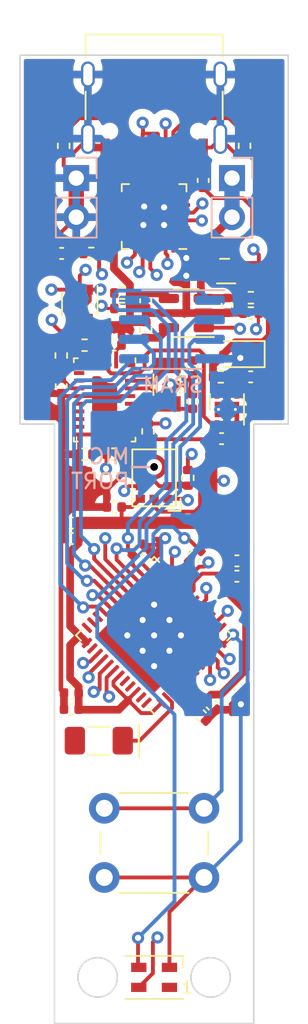
<source format=kicad_pcb>
(kicad_pcb (version 20221018) (generator pcbnew)
  (layers (0 "F.Cu" signal) (1 "In1.Cu" signal) (2 "In2.Cu" signal) (31 "B.Cu" signal) (34 "B.Paste" user) (35 "F.Paste" user) (36 "B.SilkS" user "B.Silkscreen") (37 "F.SilkS" user "F.Silkscreen") (38 "B.Mask" user) (39 "F.Mask" user) (44 "Edge.Cuts" user))
  (net 0 "")
  (net 2 "PWR_4V5_5V")
  (net 3 "GPIO2")
  (net 4 "VBUS")
  (net 5 "GND")
  (net 6 "RESET")
  (net 17 "VDDSDIO")
  (net 18 "Net-(J1-CC1)")
  (net 19 "Net-(U1-D+)")
  (net 21 "Net-(U1-D-)")
  (net 28 "GPIO15")
  (net 31 "GPIO14")
  (net 33 "GPIO25")
  (net 36 "Net-(U8-CAP)")
  (net 43 "Net-(U8-XOUT32)")
  (net 44 "Net-(U8-XIN32)")
  (net 45 "Net-(U8-COM3)")
  (net 46 "Net-(U8-PS0)")
  (net 47 "Net-(U8-PS1)")
  (net 55 "Net-(U4-PROG)")
  (net 57 "Net-(J1-CC2)")
  (net 59 "DTR")
  (net 60 "RTS")
  (net 61 "GPIO0")
  (net 62 "+BATT")
  (net 63 "GPIO35")
  (net 64 "GPIO9")
  (net 65 "+3V3")
  (net 66 "Net-(U1-VDD)")
  (net 67 "TXD")
  (net 68 "RXD")
  (net 69 "GPIO10")
  (net 70 "GPIO17")
  (net 71 "GPIO7")
  (net 72 "GPIO8")
  (net 73 "RAM_CLK")
  (net 74 "GPIO11")
  (net 76 "Net-(AE1-FEED)")
  (net 77 "GPIO34")
  (net 81 "IMU_SDA")
  (net 84 "IMU_SCL")
  (net 87 "Net-(U2-IO32)")
  (net 89 "Net-(D2-DIN)")
  (footprint "Capacitor_SMD:C_1206_3216Metric_Pad1.33x1.80mm_HandSolder" (layer "F.Cu") (at 139.03 111.78375 180)
    (fp_text reference "AE1" hide)
    (fp_text value "Antenna_Chip")
  )
  (footprint "Resistor_SMD:R_0402_1005Metric" (layer "F.Cu") (at 144.84 94.68375 -90)
    (fp_text reference "R12" hide)
    (fp_text value "100k")
  )
  (footprint "Diode_SMD:D_SOD-323" (layer "F.Cu") (at 148.24 86.63375 180)
    (fp_text reference "D1" hide)
    (fp_text value "1N5819WS")
  )
  (footprint "Sensor_Audio:InvenSense_ICS-43434-6_3.5x2.65mm" (layer "F.Cu") (at 142.64 94.68375 180)
    (fp_text reference "MK1" hide)
    (fp_text value "ICS-43434")
  )
  (footprint "Resistor_SMD:R_0402_1005Metric" (layer "F.Cu") (at 145.29 99.78375 -135)
    (fp_text reference "R11" hide)
    (fp_text value "470")
  )
  (footprint "LED_SMD:LED_SK6805_PLCC4_2.4x2.7mm_P1.3mm" (layer "F.Cu") (at 142.64 127.18375 180)
    (fp_text reference "D2" hide)
    (fp_text value "SK6805")
  )
  (footprint "Resistor_SMD:R_0402_1005Metric" (layer "F.Cu") (at 136.5825 86.72375 -90)
    (fp_text reference "R13" hide)
    (fp_text value "10k")
  )
  (footprint "Package_DFN_QFN:QFN-24-1EP_4x4mm_P0.5mm_EP2.6x2.6mm" (layer "F.Cu") (at 142.64 77.68375 180)
    (fp_text reference "U1" hide)
    (fp_text value "CP2104")
  )
  (footprint "Package_TO_SOT_SMD:SOT-23-5" (layer "F.Cu") (at 144.74 83.96375 180)
    (fp_text reference "U4" hide)
    (fp_text value "TP4065-4.2V")
  )
  (footprint "Resistor_SMD:R_0402_1005Metric" (layer "F.Cu") (at 148.9525 83.96375 180)
    (fp_text reference "R5" hide)
    (fp_text value "33k")
  )
  (footprint "Resistor_SMD:R_0402_1005Metric" (layer "F.Cu") (at 146.99 88.11375 180)
    (fp_text reference "R18" hide)
    (fp_text value "100k")
  )
  (footprint "Capacitor_SMD:C_0402_1005Metric" (layer "F.Cu") (at 140.0325 86.04375)
    (fp_text reference "C9" hide)
    (fp_text value "100n")
  )
  (footprint "Capacitor_SMD:C_0402_1005Metric" (layer "F.Cu") (at 136.61 80.08375 180)
    (fp_text reference "C6" hide)
    (fp_text value "1u")
  )
  (footprint "Capacitor_SMD:C_0402_1005Metric" (layer "F.Cu") (at 148.04 101.08375)
    (fp_text reference "C7" hide)
    (fp_text value "100n")
  )
  (footprint "Capacitor_SMD:C_0402_1005Metric" (layer "F.Cu") (at 140.04 96.58375 180)
    (fp_text reference "C4" hide)
    (fp_text value "100n")
  )
  (footprint "Capacitor_SMD:C_0402_1005Metric" (layer "F.Cu") (at 137.24 108.68375 180)
    (fp_text reference "C23" hide)
    (fp_text value "10u")
  )
  (footprint "Resistor_SMD:R_0402_1005Metric" (layer "F.Cu") (at 142.09 85.06375 -90)
    (fp_text reference "R17" hide)
    (fp_text value "3.3k")
  )
  (footprint "Package_LGA:LGA-28_5.2x3.8mm_P0.5mm" (layer "F.Cu") (at 139.4125 89.61375 -90)
    (fp_text reference "U8" hide)
    (fp_text value "BNO055")
  )
  (footprint "Capacitor_SMD:C_0402_1005Metric" (layer "F.Cu") (at 146.39 109.43375 -45)
    (fp_text reference "C25" hide)
    (fp_text value "10u")
  )
  (footprint "Capacitor_SMD:C_0402_1005Metric" (layer "F.Cu") (at 145.84 75.33375 90)
    (fp_text reference "C3" hide)
    (fp_text value "100n")
  )
  (footprint "Capacitor_SMD:C_0402_1005Metric" (layer "F.Cu") (at 141.59 99.38375 45)
    (fp_text reference "C5" hide)
    (fp_text value "100n" hide)
  )
  (footprint "Capacitor_SMD:C_0402_1005Metric" (layer "F.Cu") (at 145.69 110.13375 -45)
    (fp_text reference "C16" hide)
    (fp_text value "100n")
  )
  (footprint "Capacitor_SMD:C_0402_1005Metric" (layer "F.Cu") (at 145.15 89.71375 90)
    (fp_text reference "C13" hide)
    (fp_text value "22p")
  )
  (footprint "Resistor_SMD:R_0402_1005Metric" (layer "F.Cu") (at 138.54 80.08375 180)
    (fp_text reference "R8" hide)
    (fp_text value "10k")
  )
  (footprint "Capacitor_SMD:C_0402_1005Metric" (layer "F.Cu") (at 148.94 88.11375 180)
    (fp_text reference "C10" hide)
    (fp_text value "1u")
  )
  (footprint "Connector_USB:USB_C_Receptacle_Palconn_UTC16-G" (layer "F.Cu") (at 142.64 70.68375 180)
    (fp_text reference "J1" hide)
    (fp_text value "USB_C_Receptacle_USB2.0")
  )
  (footprint "Capacitor_SMD:C_0402_1005Metric" (layer "F.Cu") (at 147.04 92.13375)
    (fp_text reference "C11" hide)
    (fp_text value "10u")
  )
  (footprint "Capacitor_SMD:C_0402_1005Metric" (layer "F.Cu") (at 145.15 87.53375 -90)
    (fp_text reference "C14" hide)
    (fp_text value "22p")
  )
  (footprint "Resistor_SMD:R_0402_1005Metric" (layer "F.Cu") (at 138.1 93.15375 180)
    (fp_text reference "R1" hide)
    (fp_text value "10k")
  )
  (footprint "Resistor_SMD:R_0402_1005Metric" (layer "F.Cu") (at 140.5525 82.66375 180)
    (fp_text reference "R6" hide)
    (fp_text value "3.3k")
  )
  (footprint "Capacitor_SMD:C_0402_1005Metric" (layer "F.Cu") (at 137.24 109.73375 180)
    (fp_text reference "C17" hide)
    (fp_text value "100n")
  )
  (footprint "Capacitor_SMD:C_0402_1005Metric" (layer "F.Cu") (at 136.5825 88.69375 -90)
    (fp_text reference "C12" hide)
    (fp_text value "100n")
  )
  (footprint "Crystal:Crystal_SMD_3215-2Pin_3.2x1.5mm" (layer "F.Cu") (at 143.47 88.62375 90)
    (fp_text reference "Y1" hide)
    (fp_text value "32.768kHz")
  )
  (footprint "Capacitor_SMD:C_0402_1005Metric" (layer "F.Cu") (at 137.23 98.63375 180)
    (fp_text reference "C8" hide)
    (fp_text value "100n")
  )
  (footprint "Resistor_SMD:R_0402_1005Metric" (layer "F.Cu") (at 148.54 73.08375 -90)
    (fp_text reference "R2" hide)
    (fp_text value "5.1k")
  )
  (footprint "Package_DFN_QFN:QFN-48-1EP_7x7mm_P0.5mm_EP5.3x5.3mm" (layer "F.Cu") (at 142.64 104.93375 135)
    (fp_text reference "U2" hide)
    (fp_text value "ESP32-PICO-D4")
  )
  (footprint "Resistor_SMD:R_0402_1005Metric" (layer "F.Cu") (at 148.9525 82.96375)
    (fp_text reference "R4" hide)
    (fp_text value "100k")
  )
  (footprint "Button_Switch_THT:SW_PUSH_6mm" (layer "F.Cu") (at 139.39 116.18375)
    (fp_text reference "SW1" hide)
    (fp_text value "SW_Push")
  )
  (footprint "Resistor_SMD:R_0402_1005Metric" (layer "F.Cu") (at 136.74 73.08375 -90)
    (fp_text reference "R3" hide)
    (fp_text value "5.1k")
  )
  (footprint "Resistor_SMD:R_0402_1005Metric" (layer "F.Cu") (at 142.2425 91.66375 90)
    (fp_text reference "R15" hide)
    (fp_text value "10k")
  )
  (footprint "Capacitor_SMD:C_0402_1005Metric" (layer "F.Cu") (at 137.23 97.623161 180)
    (fp_text reference "C22" hide)
    (fp_text value "10u")
  )
  (footprint "Capacitor_SMD:C_0402_1005Metric" (layer "F.Cu") (at 142.09 83.16375 -90)
    (fp_text reference "C2" hide)
    (fp_text value "10u")
  )
  (footprint "Resistor_SMD:R_0402_1005Metric" (layer "F.Cu") (at 140.04 93.14375 180)
    (fp_text reference "R16" hide)
    (fp_text value "10k")
  )
  (footprint "Capacitor_SMD:C_0402_1005Metric" (layer "F.Cu") (at 148.04 100.08375)
    (fp_text reference "C24" hide)
    (fp_text value "10u")
  )
  (footprint "Resistor_SMD:R_0402_1005Metric" (layer "F.Cu") (at 140.5525 83.66375)
    (fp_text reference "R7" hide)
    (fp_text value "2k")
  )
  (footprint "Resistor_SMD:R_0402_1005Metric" (layer "F.Cu") (at 138.1025 86.05375)
    (fp_text reference "R14" hide)
    (fp_text value "10k")
  )
  (footprint "Package_TO_SOT_SMD:SOT-363_SC-70-6" (layer "F.Cu") (at 137.79 83.38875 -90)
    (fp_text reference "Q1" hide)
    (fp_text value "MUN5214DW1T1G")
  )
  (footprint "Package_TO_SOT_SMD:SOT-723" (layer "F.Cu") (at 147.24 81.23375 180)
    (fp_text reference "Q3" hide)
    (fp_text value "CJ3139K")
  )
  (footprint "Capacitor_SMD:C_0402_1005Metric" (layer "F.Cu") (at 147.4025 83.46375 -90)
    (fp_text reference "C1" hide)
    (fp_text value "10u")
  )
  (footprint "Package_SON:WSON-6-1EP_2x2mm_P0.65mm_EP1x1.6mm_ThermalVias" (layer "F.Cu") (at 147.39 90.23375 90)
    (fp_text reference "U9" hide)
    (fp_text value "TLV76733DRVx")
  )
  (footprint "Connector_PinHeader_2.54mm:PinHeader_1x02_P2.54mm_Vertical" (layer "B.Cu") (at 137.56 75.18375 180)
    (fp_text reference "J4" hide)
    (fp_text value "Conn_01x02")
  )
  (footprint "Connector_PinHeader_2.54mm:PinHeader_1x02_P2.54mm_Vertical" (layer "B.Cu") (at 147.72 75.18375 180)
    (fp_text reference "J9" hide)
    (fp_text value "Conn_01x02")
  )
  (footprint "Package_SO:SOIC-8_3.9x4.9mm_P1.27mm" (layer "B.Cu") (at 143.8 85.03375 180)
    (fp_text reference "U6" hide)
    (fp_text value "LY68L6400SLIT")
  )
  (gr_line (start 141.18 93.98375) (end 142.58 93.98375) (stroke (width 0.15)) (layer "B.SilkS"))
  (gr_line (start 141.64 110.77375) (end 141.64 112.82375) (stroke (width 0.15)) (layer "F.SilkS"))
  (gr_line (start 151.39 67.18375) (end 151.39 91.18375) (stroke (width 0.1)) (layer "Edge.Cuts"))
  (gr_line (start 149.14 130.18375) (end 136.14 130.18375) (stroke (width 0.1)) (layer "Edge.Cuts"))
  (gr_circle (center 138.955 127.18375) (end 140.24 127.18375) (stroke (width 0.1)) (fill none) (layer "Edge.Cuts"))
  (gr_line (start 133.89 67.18375) (end 151.39 67.18375) (stroke (width 0.1)) (layer "Edge.Cuts"))
  (gr_line (start 133.89 91.18375) (end 136.14 91.18375) (stroke (width 0.1)) (layer "Edge.Cuts"))
  (gr_line (start 149.14 91.18375) (end 151.39 91.18375) (stroke (width 0.1)) (layer "Edge.Cuts"))
  (gr_line (start 149.14 130.18375) (end 149.14 91.18375) (stroke (width 0.1)) (layer "Edge.Cuts"))
  (gr_line (start 136.14 130.18375) (end 136.14 91.18375) (stroke (width 0.1)) (layer "Edge.Cuts"))
  (gr_line (start 133.89 67.18375) (end 133.89 91.18375) (stroke (width 0.1)) (layer "Edge.Cuts"))
  (gr_circle (center 146.325 127.18375) (end 147.61 127.18375) (stroke (width 0.1)) (fill none) (layer "Edge.Cuts"))
  (gr_text "MIC\nPORT" (at 141.13 95.48375) (layer "B.SilkS") (effects (font (size 1 1)) (justify left bottom mirror)))
  (gr_text "SRAM" (at 145.95 89.22375) (layer "B.SilkS") (effects (font (size 1 1)) (justify left bottom mirror)))
  (segment (start 150.09 86.63375) (end 149.29 86.63375) (width 0.5) (layer "F.Cu") (net 2))
  (segment (start 146.74 89.34625) (end 146.74 89.158751) (width 0.3) (layer "F.Cu") (net 2))
  (segment (start 150.89 82.250244) (end 150.89 85.83375) (width 0.5) (layer "F.Cu") (net 2))
  (segment (start 142.56 126.91375) (end 141.64 127.83375) (width 0.25) (layer "F.Cu") (net 2))
  (segment (start 149.473506 80.177256) (end 149.473506 80.83375) (width 0.25) (layer "F.Cu") (net 2))
  (segment (start 149.42 88.38375) (end 148.4575 89.34625) (width 0.3) (layer "F.Cu") (net 2))
  (segment (start 142.86 124.58375) (end 142.56 124.88375) (width 0.25) (layer "F.Cu") (net 2))
  (segment (start 149.415 86.75875) (end 149.415 88.10875) (width 0.5) (layer "F.Cu") (net 2))
  (segment (start 146.74 89.158751) (end 147.090001 88.80875) (width 0.3) (layer "F.Cu") (net 2))
  (segment (start 148.04 89.166094) (end 148.04 89.34625) (width 0.3) (layer "F.Cu") (net 2))
  (segment (start 149.473506 80.83375) (end 150.89 82.250244) (width 0.5) (layer "F.Cu") (net 2))
  (segment (start 149.415 88.10875) (end 149.42 88.11375) (width 0.5) (layer "F.Cu") (net 2))
  (segment (start 147.682656 88.80875) (end 148.04 89.166094) (width 0.3) (layer "F.Cu") (net 2))
  (segment (start 149.42 88.38375) (end 149.42 88.11375) (width 0.3) (layer "F.Cu") (net 2))
  (segment (start 147.815 80.83375) (end 149.473506 80.83375) (width 0.5) (layer "F.Cu") (net 2))
  (segment (start 149.12 79.82375) (end 149.473506 80.177256) (width 0.25) (layer "F.Cu") (net 2))
  (segment (start 147.090001 88.80875) (end 147.682656 88.80875) (width 0.3) (layer "F.Cu") (net 2))
  (segment (start 149.29 86.63375) (end 149.415 86.75875) (width 0.5) (layer "F.Cu") (net 2))
  (segment (start 142.56 124.88375) (end 142.56 126.91375) (width 0.25) (layer "F.Cu") (net 2))
  (segment (start 148.4575 89.34625) (end 148.04 89.34625) (width 0.3) (layer "F.Cu") (net 2))
  (segment (start 150.89 85.83375) (end 150.09 86.63375) (width 0.5) (layer "F.Cu") (net 2))
  (via (at 142.86 124.58375) (size 0.8) (drill 0.4) (layers "F.Cu" "B.Cu") (net 2))
  (via (at 149.12 79.82375) (size 0.8) (drill 0.4) (layers "F.Cu" "B.Cu") (net 2))
  (segment (start 143.842082 101.231668) (end 144.929376 100.144374) (width 0.25) (layer "F.Cu") (net 3))
  (segment (start 143.842082 101.256795) (end 143.842082 101.231668) (width 0.25) (layer "F.Cu") (net 3))
  (segment (start 142.09 82.68375) (end 143.2725 82.68375) (width 0.5) (layer "F.Cu") (net 4))
  (segment (start 148.44 76.48375) (end 149.04 77.08375) (width 0.25) (layer "F.Cu") (net 4))
  (segment (start 140.02 81.07375) (end 141.0625 82.11625) (width 0.5) (layer "F.Cu") (net 4))
  (segment (start 146.48 88.11375) (end 146.48 87.34375) (width 0.5) (layer "F.Cu") (net 4))
  (segment (start 143.2725 82.68375) (end 143.6025 83.01375) (width 0.5) (layer "F.Cu") (net 4))
  (segment (start 149.04 78.48375) (end 147.24 80.28375) (width 0.25) (layer "F.Cu") (net 4))
  (segment (start 147.24 80.28375) (end 147.24 81.23375) (width 0.25) (layer "F.Cu") (net 4))
  (segment (start 140.24 74.27375) (end 139.35 75.16375) (width 0.5) (layer "F.Cu") (net 4))
  (segment (start 143.39 75.74625) (end 143.89 75.74625) (width 0.25) (layer "F.Cu") (net 4))
  (segment (start 147.815 81.63375) (end 149.283556 81.63375) (width 0.5) (layer "F.Cu") (net 4))
  (segment (start 146.51 76.48375) (end 148.44 76.48375) (width 0.25) (layer "F.Cu") (net 4))
  (segment (start 141.0625 82.11625) (end 141.0625 82.66375) (width 0.5) (layer "F.Cu") (net 4))
  (segment (start 140.02 79.70375) (end 140.02 81.07375) (width 0.5) (layer "F.Cu") (net 4))
  (segment (start 147.935 85.86375) (end 147.19 86.60875) (width 0.5) (layer "F.Cu") (net 4))
  (segment (start 143.39 74.72375) (end 143.44 74.67375) (width 0.25) (layer "F.Cu") (net 4))
  (segment (start 145.84 75.81375) (end 146.51 76.48375) (width 0.25) (layer "F.Cu") (net 4))
  (segment (start 143.94 74.67375) (end 144.35 74.67375) (width 0.5) (layer "F.Cu") (net 4))
  (segment (start 149.283556 81.63375) (end 150.1825 82.532694) (width 0.5) (layer "F.Cu") (net 4))
  (segment (start 143.89 74.72375) (end 143.94 74.67375) (width 0.25) (layer "F.Cu") (net 4))
  (segment (start 147.64 81.63375) (end 147.815 81.63375) (width 0.25) (layer "F.Cu") (net 4))
  (segment (start 147.19 86.60875) (end 147.19 86.63375) (width 0.5) (layer "F.Cu") (net 4))
  (segment (start 140.24 73.19375) (end 140.24 74.27375) (width 0.5) (layer "F.Cu") (net 4))
  (segment (start 144.35 74.67375) (end 145.04 73.98375) (width 0.5) (layer "F.Cu") (net 4))
  (segment (start 150.1825 85.44125) (end 149.76 85.86375) (width 0.5) (layer "F.Cu") (net 4))
  (segment (start 142.07 82.66375) (end 142.09 82.68375) (width 0.5) (layer "F.Cu") (net 4))
  (segment (start 149.04 77.08375) (end 149.04 78.48375) (width 0.25) (layer "F.Cu") (net 4))
  (segment (start 147.24 81.23375) (end 147.64 81.63375) (width 0.25) (layer "F.Cu") (net 4))
  (segment (start 145.7725 75.74625) (end 145.84 75.81375) (width 0.25) (layer "F.Cu") (net 4))
  (segment (start 150.1825 82.532694) (end 150.1825 85.44125) (width 0.5) (layer "F.Cu") (net 4))
  (segment (start 141.0625 82.66375) (end 142.07 82.66375) (width 0.5) (layer "F.Cu") (net 4))
  (segment (start 143.39 75.74625) (end 143.39 74.72375) (width 0.25) (layer "F.Cu") (net 4))
  (segment (start 143.44 74.67375) (end 143.94 74.67375) (width 0.5) (layer "F.Cu") (net 4))
  (segment (start 146.48 87.34375) (end 147.19 86.63375) (width 0.5) (layer "F.Cu") (net 4))
  (segment (start 140.64 74.67375) (end 143.44 74.67375) (width 0.5) (layer "F.Cu") (net 4))
  (segment (start 139.35 79.03375) (end 140.02 79.70375) (width 0.5) (layer "F.Cu") (net 4))
  (segment (start 149.76 85.86375) (end 147.935 85.86375) (width 0.5) (layer "F.Cu") (net 4))
  (segment (start 143.89 75.74625) (end 143.89 74.72375) (width 0.25) (layer "F.Cu") (net 4))
  (segment (start 143.89 75.74625) (end 145.7725 75.74625) (width 0.25) (layer "F.Cu") (net 4))
  (segment (start 140.24 74.27375) (end 140.64 74.67375) (width 0.5) (layer "F.Cu") (net 4))
  (segment (start 145.04 73.98375) (end 145.04 73.19375) (width 0.5) (layer "F.Cu") (net 4))
  (segment (start 139.35 75.16375) (end 139.35 79.03375) (width 0.5) (layer "F.Cu") (net 4))
  (segment (start 144.54 88.62375) (end 143.71 88.62375) (width 0.25) (layer "F.Cu") (net 5))
  (segment (start 136.76 109.73375) (end 136.76 108.68375) (width 0.5) (layer "F.Cu") (net 5))
  (segment (start 136.74 73.59375) (end 136.74 74.36375) (width 0.25) (layer "F.Cu") (net 5))
  (segment (start 137.29 96.58375) (end 139.56 96.58375) (width 0.5) (layer "F.Cu") (net 5))
  (segment (start 143.64 122.93375) (end 145.89 120.68375) (width 0.25) (layer "F.Cu") (net 5))
  (segment (start 136.74 73.59375) (end 137.34 73.59375) (width 0.25) (layer "F.Cu") (net 5))
  (segment (start 147.4025 83.94375) (end 145.8975 83.94375) (width 0.5) (layer "F.Cu") (net 5))
  (segment (start 137.75 89.36375) (end 138.7685 89.36375) (width 0.25) (layer "F.Cu") (net 5))
  (segment (start 136.74 74.36375) (end 137.56 75.18375) (width 0.25) (layer "F.Cu") (net 5))
  (segment (start 144.74 81.53375) (end 144.74 80.38375) (width 0.5) (layer "F.Cu") (net 5))
  (segment (start 138.7685 89.36375) (end 139.6145 90.20975) (width 0.25) (layer "F.Cu") (net 5))
  (segment (start 146.38 73.19375) (end 146.96 72.61375) (width 0.25) (layer "F.Cu") (net 5))
  (segment (start 139.6145 90.20975) (end 139.6145 91.33875) (width 0.25) (layer "F.Cu") (net 5))
  (segment (start 144.74 83.96375) (end 144.74 81.53375) (width 0.5) (layer "F.Cu") (net 5))
  (segment (start 147.94 73.59375) (end 146.96 72.61375) (width 0.25) (layer "F.Cu") (net 5))
  (segment (start 143.54 95.22575) (end 142.99 95.22575) (width 0.25) (layer "F.Cu") (net 5))
  (segment (start 144.5775 78.43375) (end 143.39 78.43375) (width 0.25) (layer "F.Cu") (net 5))
  (segment (start 141.075 89.36375) (end 140.4605 89.36375) (width 0.25) (layer "F.Cu") (net 5))
  (segment (start 147.5 88.11375) (end 148.46 88.11375) (width 0.25) (layer "F.Cu") (net 5))
  (segment (start 148.265 87.91875) (end 148.46 88.11375) (width 0.25) (layer "F.Cu") (net 5))
  (segment (start 138.6625 91.38675) (end 138.6625 92.00125) (width 0.25) (layer "F.Cu") (net 5))
  (segment (start 148.265 86.88375) (end 148.265 87.91875) (width 0.25) (layer "F.Cu") (net 5))
  (segment (start 141.9775 93.97375) (end 141.08 93.97375) (width 0.25) (layer "F.Cu") (net 5))
  (segment (start 136.559895 98.823855) (end 136.75 98.63375) (width 0.3) (layer "F.Cu") (net 5))
  (segment (start 142.09 83.64375) (end 142.09 84.01375) (width 0.5) (layer "F.Cu") (net 5))
  (segment (start 136.75 97.12375) (end 137.29 96.58375) (width 0.5) (layer "F.Cu") (net 5))
  (segment (start 145.15 88.01375) (end 144.54 88.62375) (width 0.25) (layer "F.Cu") (net 5))
  (segment (start 147.4025 83.94375) (end 148.4225 83.94375) (width 0.5) (layer "F.Cu") (net 5))
  (segment (start 142.14 83.96375) (end 142.09 84.01375) (width 0.5) (layer "F.Cu") (net 5))
  (segment (start 142.99 95.22575) (end 141.9775 94.21325) (width 0.25) (layer "F.Cu") (net 5))
  (segment (start 143.64 126.53375) (end 143.64 122.93375) (width 0.25) (layer "F.Cu") (net 5))
  (segment (start 139.44 73.19375) (end 138.9 73.19375) (width 0.25) (layer "F.Cu") (net 5))
  (segment (start 136.13 79.15375) (end 137.56 77.72375) (width 0.25) (layer "F.Cu") (net 5))
  (segment (start 142.07 83.66375) (end 142.09 83.64375) (width 0.5) (layer "F.Cu") (net 5))
  (segment (start 148.3 109.41375) (end 147.940589 109.773161) (width 0.5) (layer "F.Cu") (net 5))
  (segment (start 146.029411 110.473161) (end 146.729411 109.773161) (width 0.5) (layer "F.Cu") (net 5))
  (segment (start 143.29 78.23375) (end 143.19 78.23375) (width 0.25) (layer "F.Cu") (net 5))
  (segment (start 142.09 84.01375) (end 142.09 84.55375) (width 0.5) (layer "F.Cu") (net 5))
  (segment (start 137.75 92.99375) (end 137.59 93.15375) (width 0.25) (layer "F.Cu") (net 5))
  (segment (start 137.75 89.36375) (end 136.7725 89.36375) (width 0.25) (layer "F.Cu") (net 5))
  (segment (start 143.54 95.22575) (end 144.808 95.22575) (width 0.25) (layer "F.Cu") (net 5))
  (segment (start 137.75 91.86375) (end 137.75 92.99375) (width 0.25) (layer "F.Cu") (net 5))
  (segment (start 136.559895 108.483645) (end 136.559895 98.823855) (width 0.3) (layer "F.Cu") (net 5))
  (segment (start 137.75 91.86375) (end 138.525 91.86375) (width 0.25) (layer "F.Cu") (net 5))
  (segment (start 141.0625 83.66375) (end 142.07 83.66375) (width 0.5) (layer "F.Cu") (net 5))
  (segment (start 145.15 89.23375) (end 144.54 88.62375) (width 0.25) (layer "F.Cu") (net 5))
  (segment (start 143.29 78.33375) (end 143.29 78.23375) (width 0.25) (layer "F.Cu") (net 5))
  (segment (start 138.525 91.86375) (end 138.6625 92.00125) (width 0.25) (layer "F.Cu") (net 5))
  (segment (start 140.4605 89.36375) (end 139.6145 90.20975) (width 0.25) (layer "F.Cu") (net 5))
  (segment (start 138.9 73.19375) (end 138.32 72.61375) (width 0.25) (layer "F.Cu") (net 5))
  (segment (start 140.1625 86.39375) (end 140.5125 86.04375) (width 0.25) (layer "F.Cu") (net 5))
  (segment (start 145.8775 83.96375) (end 144.74 83.96375) (width 0.5) (layer "F.Cu") (net 5))
  (segment (start 143.36 98.60825) (end 142.923911 99.044339) (width 0.25) (layer "F.Cu") (net 5))
  (segment (start 147.940589 109.773161) (end 146.729411 109.773161) (width 0.5) (layer "F.Cu") (net 5))
  (segment (start 148.04 91.12125) (end 148.04 90.33375) (width 0.3) (layer "F.Cu") (net 5))
  (segment (start 139.39 120.68375) (end 145.89 120.68375) (width 0.25) (layer "F.Cu") (net 5))
  (segment (start 137.56 77.72375) (end 137.56 75.18375) (width 1) (layer "F.Cu") (net 5))
  (segment (start 136.75 97.623161) (end 136.75 97.12375) (width 0.5) (layer "F.Cu") (net 5))
  (segment (start 143.71 88.62375) (end 143.7 88.61375) (width 0.25) (layer "F.Cu") (net 5))
  (segment (start 148.04 91.61375) (end 147.52 92.13375) (width 0.3) (layer "F.Cu") (net 5))
  (segment (start 148.52 100.08375) (end 148.52 93.13375) (width 0.5) (layer "F.Cu") (net 5))
  (segment (start 136.7725 89.36375) (end 136.5825 89.17375) (width 0.25) (layer "F.Cu") (net 5))
  (segment (start 148.04 90.33375) (end 147.94 90.23375) (width 0.3) (layer "F.Cu") (net 5))
  (segment (start 136.75 98.63375) (end 136.75 97.623161) (width 0.5) (layer "F.Cu") (net 5))
  (segment (start 145.8975 83.94375) (end 145.8775 83.96375) (width 0.5) (layer "F.Cu") (net 5))
  (segment (start 140.1625 87.22625) (end 140.1625 86.39375) (width 0.25) (layer "F.Cu") (net 5))
  (segment (start 148.52 93.13375) (end 147.52 92.13375) (width 0.5) (layer "F.Cu") (net 5))
  (segment (start 141.08 93.97375) (end 139.56 95.49375) (width 0.25) (layer "F.Cu") (net 5))
  (segment (start 137.34 73.59375) (end 138.32 72.61375) (width 0.25) (layer "F.Cu") (net 5))
  (segment (start 148.4225 83.94375) (end 148.4425 83.96375) (width 0.5) (layer "F.Cu") (net 5))
  (segment (start 144.74 83.96375) (end 142.14 83.96375) (width 0.5) (layer "F.Cu") (net 5))
  (segment (start 139.6625 91.38675) (end 139.6145 91.33875) (width 0.25) (layer "F.Cu") (net 5))
  (segment (start 148.04 91.12125) (end 148.04 91.61375) (width 0.3) (layer "F.Cu") (net 5))
  (segment (start 136.76 108.68375) (end 136.559895 108.483645) (width 0.3) (layer "F.Cu") (net 5))
  (segment (start 144.808 95.22575) (end 144.84 95.19375) (width 0.25) (layer "F.Cu") (net 5))
  (segment (start 142.923911 99.044339) (end 141.929411 99.044339) (width 0.25) (layer "F.Cu") (net 5))
  (segment (start 139.6625 92.00125) (end 139.6625 91.38675) (width 0.25) (layer "F.Cu") (net 5))
  (segment (start 136.13 80.08375) (end 136.13 79.15375) (width 0.25) (layer "F.Cu") (net 5))
  (segment (start 143.39 78.43375) (end 143.29 78.33375) (width 0.25) (layer "F.Cu") (net 5))
  (segment (start 147.39 89.34625) (end 147.39 90.23375) (width 0.3) (layer "F.Cu") (net 5))
  (segment (start 148.54 73.59375) (end 147.94 73.59375) (width 0.25) (layer "F.Cu") (net 5))
  (segment (start 145.84 73.19375) (end 146.38 73.19375) (width 0.25) (layer "F.Cu") (net 5))
  (segment (start 145.84 74.85375) (end 145.84 73.19375) (width 0.25) (layer "F.Cu") (net 5))
  (segment (start 143.19 78.23375) (end 142.64 77.68375) (width 0.25) (layer "F.Cu") (net 5))
  (segment (start 148.52 100.08375) (end 148.52 101.08375) (width 0.5) (layer "F.Cu") (net 5))
  (segment (start 138.7105 91.33875) (end 138.6625 91.38675) (width 0.25) (layer "F.Cu") (net 5))
  (segment (start 139.6145 91.33875) (end 138.7105 91.33875) (width 0.25) (layer "F.Cu") (net 5))
  (segment (start 139.56 95.49375) (end 139.56 96.58375) (width 0.25) (layer "F.Cu") (net 5))
  (via (at 148.265 86.88375) (size 0.8) (drill 0.4) (layers "F.Cu" "B.Cu") (net 5))
  (via (at 148.3 109.41375) (size 0.8) (drill 0.4) (layers "F.Cu" "B.Cu") (net 5))
  (via (at 144.74 80.38375) (size 0.8) (drill 0.4) (layers "F.Cu" "B.Cu") (net 5))
  (via (at 143.64 105.93375) (size 0.8) (drill 0.4) (layers "F.Cu" "B.Cu") (net 5))
  (via (at 141.94 78.23375) (size 0.8) (drill 0.4) (layers "F.Cu" "B.Cu") (net 5))
  (via (at 143.64 103.93375) (size 0.8) (drill 0.4) (layers "F.Cu" "B.Cu") (net 5))
  (via (at 141.89 105.93375) (size 0.8) (drill 0.4) (layers "F.Cu" "B.Cu") (net 5))
  (via (at 140.89 104.93375) (size 0.8) (drill 0.4) (layers "F.Cu" "B.Cu") (net 5))
  (via (at 143.29 78.23375) (size 0.8) (drill 0.4) (layers "F.Cu" "B.Cu") (net 5))
  (via (at 143.36 98.60825) (size 0.8) (drill 0.4) (layers "F.Cu" "B.Cu") (net 5))
  (via (at 142.64 104.93375) (size 0.8) (drill 0.4) (layers "F.Cu" "B.Cu") (net 5))
  (via (at 142.64 106.93375) (size 0.8) (drill 0.4) (layers "F.Cu" "B.Cu") (net 5))
  (via (at 144.74 81.53375) (size 0.8) (drill 0.4) (layers "F.Cu" "B.Cu") (net 5))
  (via (at 141.89 103.93375) (size 0.8) (drill 0.4) (layers "F.Cu" "B.Cu") (net 5))
  (via (at 143.29 77.08375) (size 0.8) (drill 0.4) (layers "F.Cu" "B.Cu") (net 5))
  (via (at 143.7 88.61375) (size 0.8) (drill 0.4) (layers "F.Cu" "B.Cu") (net 5))
  (via (at 141.99 77.03375) (size 0.8) (drill 0.4) (layers "F.Cu" "B.Cu") (net 5))
  (via (at 142.64 102.93375) (size 0.8) (drill 0.4) (layers "F.Cu" "B.Cu") (net 5))
  (via (at 144.39 104.93375) (size 0.8) (drill 0.4) (layers "F.Cu" "B.Cu") (net 5))
  (segment (start 148.3 109.41375) (end 148.29 109.42375) (width 0.25) (layer "B.Cu") (net 5))
  (segment (start 143.11 101.21375) (end 142.64 101.68375) (width 0.25) (layer "B.Cu") (net 5))
  (segment (start 148.3 109.41375) (end 148.737579 108.976171) (width 0.25) (layer "B.Cu") (net 5))
  (segment (start 148.737579 102.456329) (end 147.295 101.01375) (width 0.25) (layer "B.Cu") (net 5))
  (segment (start 148.737579 108.976171) (end 148.737579 102.456329) (width 0.25) (layer "B.Cu") (net 5))
  (segment (start 148.29 109.42375) (end 148.29 118.28375) (width 0.25) (layer "B.Cu") (net 5))
  (segment (start 142.64 101.68375) (end 142.64 102.93375) (width 0.25) (layer "B.Cu") (net 5))
  (segment (start 143.11 98.85825) (end 143.11 101.21375) (width 0.25) (layer "B.Cu") (net 5))
  (segment (start 143.36 98.60825) (end 143.11 98.85825) (width 0.25) (layer "B.Cu") (net 5))
  (segment (start 148.29 118.28375) (end 145.89 120.68375) (width 0.25) (layer "B.Cu") (net 5))
  (segment (start 146.29 107.83375) (end 146.29 106.815983) (width 0.25) (layer "F.Cu") (net 6))
  (segment (start 137.09 80.08375) (end 137.09 82.38875) (width 0.25) (layer "F.Cu") (net 6))
  (segment (start 138.03 80.08375) (end 137.09 80.08375) (width 0.25) (layer "F.Cu") (net 6))
  (segment (start 137.14 82.43875) (end 135.94 82.43875) (width 0.25) (layer "F.Cu") (net 6))
  (segment (start 146.29 106.815983) (end 145.963402 106.489385) (width 0.25) (layer "F.Cu") (net 6))
  (segment (start 137.09 82.38875) (end 137.14 82.43875) (width 0.25) (layer "F.Cu") (net 6))
  (via (at 146.29 107.83375) (size 0.8) (drill 0.4) (layers "F.Cu" "B.Cu") (net 6))
  (via (at 135.94 82.43875) (size 0.8) (drill 0.4) (layers "F.Cu" "B.Cu") (net 6))
  (segment (start 140.931417 98.60825) (end 140.931417 99.403989) (width 0.25) (layer "F.Cu") (net 17))
  (segment (start 141.791472 100.903241) (end 141.250589 100.362358) (width 0.25) (layer "F.Cu") (net 17))
  (segment (start 140.931417 99.403989) (end 141.250589 99.723161) (width 0.25) (layer "F.Cu") (net 17))
  (segment (start 141.250589 100.362358) (end 141.250589 99.723161) (width 0.25) (layer "F.Cu") (net 17))
  (via (at 140.931417 98.60825) (size 0.8) (drill 0.4) (layers "F.Cu" "B.Cu") (net 17))
  (segment (start 143.44 92.290958) (end 144.74 90.990958) (width 0.25) (layer "B.Cu") (net 17))
  (segment (start 140.931417 97.669541) (end 143.44 95.160958) (width 0.25) (layer "B.Cu") (net 17))
  (segment (start 144.04 84.63375) (end 142.535 83.12875) (width 0.25) (layer "B.Cu") (net 17))
  (segment (start 144.74 90.990958) (end 144.74 88.48375) (width 0.25) (layer "B.Cu") (net 17))
  (segment (start 140.931417 98.60825) (end 140.931417 97.669541) (width 0.25) (layer "B.Cu") (net 17))
  (segment (start 144.04 87.78375) (end 144.04 84.63375) (width 0.25) (layer "B.Cu") (net 17))
  (segment (start 144.74 88.48375) (end 144.04 87.78375) (width 0.25) (layer "B.Cu") (net 17))
  (segment (start 143.44 95.160958) (end 143.44 92.290958) (width 0.25) (layer "B.Cu") (net 17))
  (segment (start 142.535 83.12875) (end 141.325 83.12875) (width 0.25) (layer "B.Cu") (net 17))
  (segment (start 143.89 72.18375) (end 144.785 71.28875) (width 0.25) (layer "F.Cu") (net 18))
  (segment (start 147.524999 71.28875) (end 148.54 72.303751) (width 0.25) (layer "F.Cu") (net 18))
  (segment (start 144.785 71.28875) (end 147.524999 71.28875) (width 0.25) (layer "F.Cu") (net 18))
  (segment (start 148.54 72.303751) (end 148.54 72.57375) (width 0.25) (layer "F.Cu") (net 18))
  (segment (start 143.89 73.19375) (end 143.89 72.18375) (width 0.25) (layer "F.Cu") (net 18))
  (segment (start 141.915 71.60875) (end 141.89 71.58375) (width 0.25) (layer "F.Cu") (net 19))
  (segment (start 141.89 73.19375) (end 141.89 72.31375) (width 0.25) (layer "F.Cu") (net 19))
  (segment (start 145.752299 77.946049) (end 145.74 77.93375) (width 0.25) (layer "F.Cu") (net 19))
  (segment (start 142.89 72.31375) (end 142.89 73.19375) (width 0.25) (layer "F.Cu") (net 19))
  (segment (start 142.865 72.28875) (end 142.89 72.31375) (width 0.25) (layer "F.Cu") (net 19))
  (segment (start 145.74 77.93375) (end 144.5775 77.93375) (width 0.25) (layer "F.Cu") (net 19))
  (segment (start 141.89 72.31375) (end 141.915 72.28875) (width 0.25) (layer "F.Cu") (net 19))
  (segment (start 141.915 72.28875) (end 142.865 72.28875) (width 0.25) (layer "F.Cu") (net 19))
  (segment (start 141.915 72.28875) (end 141.915 71.60875) (width 0.25) (layer "F.Cu") (net 19))
  (via (at 145.752299 77.946049) (size 0.8) (drill 0.4) (layers "F.Cu" "B.Cu") (net 19))
  (via (at 141.89 71.58375) (size 0.8) (drill 0.4) (layers "F.Cu" "B.Cu") (net 19))
  (segment (start 145.19 77.43375) (end 144.5775 77.43375) (width 0.25) (layer "F.Cu") (net 21))
  (segment (start 142.39 74.07375) (end 142.415 74.09875) (width 0.25) (layer "F.Cu") (net 21))
  (segment (start 142.39 73.19375) (end 142.39 74.07375) (width 0.25) (layer "F.Cu") (net 21))
  (segment (start 143.39 73.19375) (end 143.39 71.63375) (width 0.25) (layer "F.Cu") (net 21))
  (segment (start 143.365 74.09875) (end 143.39 74.07375) (width 0.25) (layer "F.Cu") (net 21))
  (segment (start 145.79 76.83375) (end 145.19 77.43375) (width 0.25) (layer "F.Cu") (net 21))
  (segment (start 142.415 74.09875) (end 143.365 74.09875) (width 0.25) (layer "F.Cu") (net 21))
  (segment (start 143.39 74.07375) (end 143.39 73.19375) (width 0.25) (layer "F.Cu") (net 21))
  (via (at 145.79 76.83375) (size 0.8) (drill 0.4) (layers "F.Cu" "B.Cu") (net 21))
  (via (at 143.39 71.63375) (size 0.8) (drill 0.4) (layers "F.Cu" "B.Cu") (net 21))
  (segment (start 144.91 101.13375) (end 144.672233 101.13375) (width 0.25) (layer "F.Cu") (net 28))
  (segment (start 145.58 100.46375) (end 144.91 101.13375) (width 0.25) (layer "F.Cu") (net 28))
  (segment (start 143.54 96.04775) (end 144.754 96.04775) (width 0.25) (layer "F.Cu") (net 28))
  (segment (start 146.183952 100.18925) (end 145.909452 100.46375) (width 0.25) (layer "F.Cu") (net 28))
  (segment (start 145.909452 100.46375) (end 145.58 100.46375) (width 0.25) (layer "F.Cu") (net 28))
  (segment (start 144.754 96.04775) (end 144.84 96.13375) (width 0.25) (layer "F.Cu") (net 28))
  (segment (start 144.672233 101.13375) (end 144.195635 101.610348) (width 0.25) (layer "F.Cu") (net 28))
  (via (at 146.183952 100.18925) (size 0.8) (drill 0.4) (layers "F.Cu" "B.Cu") (net 28))
  (via (at 144.84 96.13375) (size 0.8) (drill 0.4) (layers "F.Cu" "B.Cu") (net 28))
  (segment (start 146.04 101.85825) (end 146.04 102.59441) (width 0.25) (layer "F.Cu") (net 31))
  (segment (start 140.998 95.22575) (end 141.74 95.22575) (width 0.25) (layer "F.Cu") (net 31))
  (segment (start 146.04 102.59441) (end 145.609848 103.024562) (width 0.25) (layer "F.Cu") (net 31))
  (segment (start 140.69 95.53375) (end 140.998 95.22575) (width 0.25) (layer "F.Cu") (net 31))
  (via (at 140.69 95.53375) (size 0.8) (drill 0.4) (layers "F.Cu" "B.Cu") (net 31))
  (via (at 146.04 101.85825) (size 0.8) (drill 0.4) (layers "F.Cu" "B.Cu") (net 31))
  (segment (start 142.64 96.55875) (end 142.965 96.88375) (width 0.25) (layer "F.Cu") (net 33))
  (segment (start 146.670509 104.085222) (end 146.688528 104.085222) (width 0.25) (layer "F.Cu") (net 33))
  (segment (start 145.29 96.88375) (end 145.64 96.53375) (width 0.25) (layer "F.Cu") (net 33))
  (segment (start 144.84 93.38375) (end 144.84 94.17375) (width 0.25) (layer "F.Cu") (net 33))
  (segment (start 145.33 94.17375) (end 144.84 94.17375) (width 0.25) (layer "F.Cu") (net 33))
  (segment (start 142.965 96.88375) (end 145.29 96.88375) (width 0.25) (layer "F.Cu") (net 33))
  (segment (start 145.09 93.13375) (end 144.84 93.38375) (width 0.25) (layer "F.Cu") (net 33))
  (segment (start 142.64 96.04775) (end 142.64 96.55875) (width 0.25) (layer "F.Cu") (net 33))
  (segment (start 146.688528 104.085222) (end 147.44 103.33375) (width 0.25) (layer "F.Cu") (net 33))
  (segment (start 145.64 94.48375) (end 145.33 94.17375) (width 0.25) (layer "F.Cu") (net 33))
  (segment (start 145.64 96.53375) (end 145.64 94.48375) (width 0.25) (layer "F.Cu") (net 33))
  (via (at 145.09 93.13375) (size 0.8) (drill 0.4) (layers "F.Cu" "B.Cu") (net 33))
  (via (at 147.44 103.33375) (size 0.8) (drill 0.4) (layers "F.Cu" "B.Cu") (net 33))
  (segment (start 137.24399 88.86375) (end 136.59399 88.21375) (width 0.25) (layer "F.Cu") (net 36))
  (segment (start 136.59399 88.21375) (end 136.5825 88.21375) (width 0.25) (layer "F.Cu") (net 36))
  (segment (start 137.75 88.86375) (end 137.24399 88.86375) (width 0.25) (layer "F.Cu") (net 36))
  (segment (start 141.075 88.86375) (end 142.46 88.86375) (width 0.25) (layer "F.Cu") (net 43))
  (segment (start 145.15 90.19375) (end 143.79 90.19375) (width 0.25) (layer "F.Cu") (net 43))
  (segment (start 143.79 90.19375) (end 143.47 89.87375) (width 0.25) (layer "F.Cu") (net 43))
  (segment (start 142.46 88.86375) (end 143.47 89.87375) (width 0.25) (layer "F.Cu") (net 43))
  (segment (start 145.15 87.05375) (end 143.79 87.05375) (width 0.25) (layer "F.Cu") (net 44))
  (segment (start 143.79 87.05375) (end 143.47 87.37375) (width 0.25) (layer "F.Cu") (net 44))
  (segment (start 141.075 88.36375) (end 142.48 88.36375) (width 0.25) (layer "F.Cu") (net 44))
  (segment (start 142.48 88.36375) (end 143.47 87.37375) (width 0.25) (layer "F.Cu") (net 44))
  (segment (start 138.61 93.08947) (end 138.61 93.15375) (width 0.25) (layer "F.Cu") (net 45))
  (segment (start 139.1625 92.53697) (end 138.61 93.08947) (width 0.25) (layer "F.Cu") (net 45))
  (segment (start 139.1625 92.00125) (end 139.1625 92.53697) (width 0.25) (layer "F.Cu") (net 45))
  (segment (start 136.7125 87.36375) (end 136.5825 87.23375) (width 0.25) (layer "F.Cu") (net 46))
  (segment (start 137.75 87.36375) (end 136.7125 87.36375) (width 0.25) (layer "F.Cu") (net 46))
  (segment (start 138.6625 86.10375) (end 138.6125 86.05375) (width 0.25) (layer "F.Cu") (net 47))
  (segment (start 138.6625 87.22625) (end 138.6625 86.10375) (width 0.25) (layer "F.Cu") (net 47))
  (segment (start 142.09 85.57375) (end 142.9425 85.57375) (width 0.5) (layer "F.Cu") (net 55))
  (segment (start 142.9425 85.57375) (end 143.6025 84.91375) (width 0.5) (layer "F.Cu") (net 55))
  (segment (start 140.89 72.23375) (end 140.89 73.19375) (width 0.25) (layer "F.Cu") (net 57))
  (segment (start 137.755001 71.28875) (end 139.945 71.28875) (width 0.25) (layer "F.Cu") (net 57))
  (segment (start 139.945 71.28875) (end 140.89 72.23375) (width 0.25) (layer "F.Cu") (net 57))
  (segment (start 136.74 72.57375) (end 136.74 72.303751) (width 0.25) (layer "F.Cu") (net 57))
  (segment (start 136.74 72.303751) (end 137.755001 71.28875) (width 0.25) (layer "F.Cu") (net 57))
  (segment (start 139.14 82.43375) (end 138.445 82.43375) (width 0.25) (layer "F.Cu") (net 59))
  (segment (start 143.509683 80.766756) (end 143.509683 80.203173) (width 0.25) (layer "F.Cu") (net 59))
  (segment (start 143.39 80.08349) (end 143.39 79.62125) (width 0.25) (layer "F.Cu") (net 59))
  (segment (start 138.44 83.16375) (end 137.79 83.81375) (width 0.25) (layer "F.Cu") (net 59))
  (segment (start 143.509683 80.203173) (end 143.39 80.08349) (width 0.25) (layer "F.Cu") (net 59))
  (segment (start 137.79 83.81375) (end 137.79 84.33875) (width 0.25) (layer "F.Cu") (net 59))
  (segment (start 138.445 82.43375) (end 138.44 82.43875) (width 0.25) (layer "F.Cu") (net 59))
  (segment (start 138.44 82.43875) (end 138.44 83.16375) (width 0.25) (layer "F.Cu") (net 59))
  (via (at 143.509683 80.766756) (size 0.8) (drill 0.4) (layers "F.Cu" "B.Cu") (net 59))
  (via (at 139.14 82.43375) (size 0.8) (drill 0.4) (layers "F.Cu" "B.Cu") (net 59))
  (segment (start 137.79 81.53375) (end 138.17 81.15375) (width 0.25) (layer "F.Cu") (net 60))
  (segment (start 140.8695 80.68375) (end 141.39 80.16325) (width 0.25) (layer "F.Cu") (net 60))
  (segment (start 137.79 82.43875) (end 137.79 81.53375) (width 0.25) (layer "F.Cu") (net 60))
  (segment (start 137.79 82.43875) (end 137.79 83.16375) (width 0.25) (layer "F.Cu") (net 60))
  (segment (start 141.39 80.16325) (end 141.39 79.62125) (width 0.25) (layer "F.Cu") (net 60))
  (segment (start 137.14 83.81375) (end 137.14 84.33875) (width 0.25) (layer "F.Cu") (net 60))
  (segment (start 137.79 83.16375) (end 137.14 83.81375) (width 0.25) (layer "F.Cu") (net 60))
  (via (at 140.8695 80.68375) (size 0.8) (drill 0.4) (layers "F.Cu" "B.Cu") (net 60))
  (via (at 138.17 81.15375) (size 0.8) (drill 0.4) (layers "F.Cu" "B.Cu") (net 60))
  (segment (start 138.44 84.86375) (end 138.44 84.33875) (width 0.25) (layer "F.Cu") (net 61))
  (segment (start 143.806542 100.585227) (end 143.488528 100.903241) (width 0.25) (layer "F.Cu") (net 61))
  (segment (start 135.965 84.41375) (end 135.965 84.61375) (width 0.25) (layer "F.Cu") (net 61))
  (segment (start 143.806542 99.677208) (end 143.806542 100.585227) (width 0.25) (layer "F.Cu") (net 61))
  (segment (start 136.49 85.13875) (end 138.165 85.13875) (width 0.25) (layer "F.Cu") (net 61))
  (segment (start 135.965 84.61375) (end 136.49 85.13875) (width 0.25) (layer "F.Cu") (net 61))
  (segment (start 138.165 85.13875) (end 138.44 84.86375) (width 0.25) (layer "F.Cu") (net 61))
  (segment (start 143.99 99.49375) (end 143.806542 99.677208) (width 0.25) (layer "F.Cu") (net 61))
  (via (at 135.965 84.41375) (size 0.8) (drill 0.4) (layers "F.Cu" "B.Cu") (net 61))
  (via (at 143.99 99.49375) (size 0.8) (drill 0.4) (layers "F.Cu" "B.Cu") (net 61))
  (segment (start 147.4025 82.98375) (end 148.4225 82.98375) (width 0.5) (layer "F.Cu") (net 62))
  (segment (start 148.4225 82.98375) (end 148.4425 82.96375) (width 0.5) (layer "F.Cu") (net 62))
  (segment (start 145.69 81.23375) (end 146.665 81.23375) (width 0.5) (layer "F.Cu") (net 62))
  (segment (start 147.4025 82.98375) (end 145.9075 82.98375) (width 0.5) (layer "F.Cu") (net 62))
  (segment (start 145.69 82.98375) (end 145.69 81.46375) (width 0.5) (layer "F.Cu") (net 62))
  (segment (start 145.69 81.23375) (end 145.69 79.75375) (width 0.5) (layer "F.Cu") (net 62))
  (segment (start 145.69 81.46375) (end 145.69 81.23375) (width 0.5) (layer "F.Cu") (net 62))
  (segment (start 145.9075 82.98375) (end 145.8775 83.01375) (width 0.5) (layer "F.Cu") (net 62))
  (segment (start 145.69 79.75375) (end 147.72 77.72375) (width 0.5) (layer "F.Cu") (net 62))
  (segment (start 147.72 75.18375) (end 147.72 77.72375) (width 1) (layer "B.Cu") (net 62))
  (segment (start 147.359746 106.471515) (end 146.670509 105.782278) (width 0.25) (layer "F.Cu") (net 63))
  (segment (start 147.562579 106.471515) (end 147.359746 106.471515) (width 0.25) (layer "F.Cu") (net 63))
  (segment (start 149.4625 82.96375) (end 149.4625 83.96375) (width 0.25) (layer "F.Cu") (net 63))
  (segment (start 149.44 84.86425) (end 149.44 83.98625) (width 0.2) (layer "F.Cu") (net 63))
  (segment (start 149.29 85.01425) (end 149.44 84.86425) (width 0.2) (layer "F.Cu") (net 63))
  (segment (start 149.44 83.98625) (end 149.4625 83.96375) (width 0.2) (layer "F.Cu") (net 63))
  (via (at 147.562579 106.471515) (size 0.8) (drill 0.4) (layers "F.Cu" "B.Cu") (net 63))
  (via (at 149.29 85.01425) (size 0.8) (drill 0.4) (layers "F.Cu" "B.Cu") (net 63))
  (segment (start 139.451985 99.977968) (end 141.084365 101.610348) (width 0.25) (layer "F.Cu") (net 64))
  (segment (start 139.451985 98.61325) (end 139.451985 99.977968) (width 0.25) (layer "F.Cu") (net 64))
  (segment (start 140.0425 83.66375) (end 140.0425 82.66375) (width 0.2) (layer "F.Cu") (net 64))
  (segment (start 139.38 83.66375) (end 139.21 83.49375) (width 0.2) (layer "F.Cu") (net 64))
  (segment (start 140.0425 83.66375) (end 139.38 83.66375) (width 0.2) (layer "F.Cu") (net 64))
  (via (at 139.451985 98.61325) (size 0.8) (drill 0.4) (layers "F.Cu" "B.Cu") (net 64))
  (via (at 139.21 83.49375) (size 0.8) (drill 0.4) (layers "F.Cu" "B.Cu") (net 64))
  (segment (start 146.365 97.55875) (end 146.56 97.75375) (width 0.8) (layer "F.Cu") (net 65))
  (segment (start 141.075 87.86375) (end 141.05 87.88875) (width 0.25) (layer "F.Cu") (net 65))
  (segment (start 142.02 86.77375) (end 142.4 86.39375) (width 0.25) (layer "F.Cu") (net 65))
  (segment (start 140.377258 107.550045) (end 139.988536 107.938767) (width 0.25) (layer "F.Cu") (net 65))
  (segment (start 141.2725 93.14375) (end 142.2425 92.17375) (width 0.25) (layer "F.Cu") (net 65))
  (segment (start 148.64 107.150212) (end 147.006462 108.78375) (width 0.5) (layer "F.Cu") (net 65))
  (segment (start 140.55 93.14375) (end 141.2725 93.14375) (width 0.25) (layer "F.Cu") (net 65))
  (segment (start 146.365 95.09875) (end 146.365 97.55875) (width 0.8) (layer "F.Cu") (net 65))
  (segment (start 146.56 91.36375) (end 146.56 92.13375) (width 0.5) (layer "F.Cu") (net 65))
  (segment (start 137.72 108.68375) (end 137.72 108.27375) (width 0.5) (layer "F.Cu") (net 65))
  (segment (start 140.937829 109.135921) (end 140.99 109.188093) (width 0.25) (layer "F.Cu") (net 65))
  (segment (start 146.59 94.87375) (end 146.365 95.09875) (width 0.25) (layer "F.Cu") (net 65))
  (segment (start 137.72 108.27375) (end 137.159895 107.713645) (width 0.5) (layer "F.Cu") (net 65))
  (segment (start 146.56 91.36375) (end 146.74 91.18375) (width 0.5) (layer "F.Cu") (net 65))
  (segment (start 146.52 92.17375) (end 146.56 92.13375) (width 0.25) (layer "F.Cu") (net 65))
  (segment (start 145.885 86.67875) (end 145.885 90.68875) (width 0.25) (layer "F.Cu") (net 65))
  (segment (start 147.1905 94.87375) (end 146.59 94.87375) (width 0.25) (layer "F.Cu") (net 65))
  (segment (start 140.937829 109.165921) (end 140.937829 109.135921) (width 0.5) (layer "F.Cu") (net 65))
  (segment (start 142.463408 109.989379) (end 141.791286 109.989379) (width 0.25) (layer "F.Cu") (net 65))
  (segment (start 143.842082 108.610705) (end 144.004518 108.448268) (width 0.25) (layer "F.Cu") (net 65))
  (segment (start 145.220755 101.459391) (end 145.766396 100.91375) (width 0.25) (layer "F.Cu") (net 65))
  (segment (start 141.075 87.86375) (end 141.6895 87.86375) (width 0.25) (layer "F.Cu") (net 65))
  (segment (start 137.159895 104.332683) (end 137.159895 99.493854) (width 0.5) (layer "F.Cu") (net 65))
  (segment (start 147.56 101.08375) (end 147.56 102.251668) (width 0.5) (layer "F.Cu") (net 65))
  (segment (start 142.2425 92.17375) (end 146.52 92.17375) (width 0.25) (layer "F.Cu") (net 65))
  (segment (start 145.885 90.68875) (end 146.56 91.36375) (width 0.25) (layer "F.Cu") (net 65))
  (segment (start 147.006462 108.78375) (end 146.361178 108.78375) (width 0.5) (layer "F.Cu") (net 65))
  (segment (start 143.134975 109.317812) (end 142.463408 109.989379) (width 0.25) (layer "F.Cu") (net 65))
  (segment (start 142.02 87.53325) (end 142.02 86.77375) (width 0.25) (layer "F.Cu") (net 65))
  (segment (start 140.52 96.58375) (end 141.204 96.58375) (width 0.25) (layer "F.Cu") (net 65))
  (segment (start 145.766396 100.91375) (end 147.39 100.91375) (width 0.25) (layer "F.Cu") (net 65))
  (segment (start 147.56 98.75375) (end 147.56 100.08375) (width 0.8) (layer "F.Cu") (net 65))
  (segment (start 140.52 97.54375) (end 140.585 97.60875) (width 0.25) (layer "F.Cu") (net 65))
  (segment (start 144.004518 108.448268) (end 144.195635 108.257152) (width 0.25) (layer "F.Cu") (net 65))
  (segment (start 137.775481 104.948269) (end 138.202904 105.375691) (width 0.5) (layer "F.Cu") (net 65))
  (segment (start 139.1625 87.22625) (end 139.6625 87.22625) (width 0.25) (layer "F.Cu") (net 65))
  (segment (start 137.159895 107.713645) (end 137.159895 105.563855) (width 0.5) (layer "F.Cu") (net 65))
  (segment (start 141.791286 109.989379) (end 140.99 109.188093) (width 0.25) (layer "F.Cu") (net 65))
  (segment (start 145.220755 101.999442) (end 145.220755 101.459391) (width 0.25) (layer "F.Cu") (net 65))
  (segment (start 137.775481 104.948269) (end 137.159895 104.332683) (width 0.5) (layer "F.Cu") (net 65))
  (segment (start 146.415 97.60875) (end 140.585 97.60875) (width 0.8) (layer "F.Cu") (net 65))
  (segment (start 137.719411 97.61375) (end 137.71 97.623161) (width 0.8) (layer "F.Cu") (net 65))
  (segment (start 139.825 87.88875) (end 139.6625 87.72625) (width 0.25) (layer "F.Cu") (net 65))
  (segment (start 145.350589 109.794339) (end 146.050589 109.094339) (width 0.5) (layer "F.Cu") (net 65))
  (segment (start 141.204 96.58375) (end 141.74 96.04775) (width 0.25) (layer "F.Cu") (net 65))
  (segment (start 147.56 100.08375) (end 147.56 101.08375) (width 0.5) (layer "F.Cu") (net 65))
  (segment (start 137.72 109.73375) (end 137.756484 109.770234) (width 0.5) (layer "F.Cu") (net 65))
  (segment (start 146.56 97.75375) (end 147.56 98.75375) (width 0.8) (layer "F.Cu") (net 65))
  (segment (start 139.988536 107.938767) (end 139.988536 108.186629) (width 0.25) (layer "F.Cu") (net 65))
  (segment (start 146.56 92.96375) (end 146.365 93.15875) (width 0.8) (layer "F.Cu") (net 65))
  (segment (start 141.6895 87.86375) (end 142.02 87.53325) (width 0.25) (layer "F.Cu") (net 65))
  (segment (start 139.6625 87.22625) (end 139.6625 86.15375) (width 0.25) (layer "F.Cu") (net 65))
  (segment (start 144.902742 102.317455) (end 145.220755 101.999442) (width 0.25) (layer "F.Cu") (net 65))
  (segment (start 137.72 108.68375) (end 137.72 109.73375) (width 0.5) (layer "F.Cu") (net 65))
  (segment (start 142.4 86.39375) (end 145.6 86.39375) (width 0.25) (layer "F.Cu") (net 65))
  (segment (start 139.6625 87.72625) (end 139.6625 87.22625) (width 0.25) (layer "F.Cu") (net 65))
  (segment (start 140.99 109.058623) (end 141.437918 108.610705) (width 0.25) (layer "F.Cu") (net 65))
  (segment (start 144.004518 108.448268) (end 145.350589 109.794339) (width 0.5) (layer "F.Cu") (net 65))
  (segment (start 137.756484 109.770234) (end 140.333516 109.770234) (width 0.5) (layer "F.Cu") (net 65))
  (segment (start 139.988536 108.186629) (end 140.937829 109.135921) (width 0.25) (layer "F.Cu") (net 65))
  (segment (start 146.56 92.13375) (end 146.56 92.96375) (width 0.8) (layer "F.Cu") (net 65))
  (segment (start 146.361178 108.78375) (end 146.050589 109.094339) (width 0.5) (layer "F.Cu") (net 65))
  (segment (start 147.39 91.12125) (end 146.74 91.12125) (width 0.3) (layer "F.Cu") (net 65))
  (segment (start 140.46 97.61375) (end 137.719411 97.61375) (width 0.8) (layer "F.Cu") (net 65))
  (segment (start 147.39 100.91375) (end 147.56 101.08375) (width 0.25) (layer "F.Cu") (net 65))
  (segment (start 146.56 97.75375) (end 146.415 97.60875) (width 0.8) (layer "F.Cu") (net 65))
  (segment (start 137.159895 105.563855) (end 137.775481 104.948269) (width 0.5) (layer "F.Cu") (net 65))
  (segment (start 145.6 86.39375) (end 145.885 86.67875) (width 0.25) (layer "F.Cu") (net 65))
  (segment (start 137.159895 99.493854) (end 137.71 98.943749) (width 0.5) (layer "F.Cu") (net 65))
  (segment (start 147.56 102.251668) (end 148.64 103.331668) (width 0.5) (layer "F.Cu") (net 65))
  (segment (start 140.99 109.188093) (end 140.99 109.058623) (width 0.25) (layer "F.Cu") (net 65))
  (segment (start 139.6625 86.15375) (end 139.5525 86.04375) (width 0.25) (layer "F.Cu") (net 65))
  (segment (start 146.365 93.15875) (end 146.365 95.09875) (width 0.8) (layer "F.Cu") (net 65))
  (segment (start 137.71 98.63375) (end 137.71 97.623161) (width 0.5) (layer "F.Cu") (net 65))
  (segment (start 140.333516 109.770234) (end 140.937829 109.165921) (width 0.5) (layer "F.Cu") (net 65))
  (segment (start 139.05 81.24375) (end 139.24 81.43375) (width 0.25) (layer "F.Cu") (net 65))
  (segment (start 148.64 103.331668) (end 148.64 107.150212) (width 0.5) (layer "F.Cu") (net 65))
  (segment (start 139.05 80.08375) (end 139.05 81.24375) (width 0.25) (layer "F.Cu") (net 65))
  (segment (start 137.71 98.943749) (end 137.71 98.63375) (width 0.5) (layer "F.Cu") (net 65))
  (segment (start 140.52 96.58375) (end 140.52 97.54375) (width 0.25) (layer "F.Cu") (net 65))
  (segment (start 141.05 87.88875) (end 139.825 87.88875) (width 0.25) (layer "F.Cu") (net 65))
  (via (at 147.1905 94.87375) (size 0.8) (drill 0.4) (layers "F.Cu" "B.Cu") (net 65))
  (via (at 139.24 81.43375) (size 0.8) (drill 0.4) (layers "F.Cu" "B.Cu") (net 65))
  (segment (start 144.5775 76.43375) (end 144.5775 76.93375) (width 0.25) (layer "F.Cu") (net 66))
  (segment (start 141.670155 81.293905) (end 141.89 81.07406) (width 0.25) (layer "F.Cu") (net 67))
  (segment (start 138.913253 108.608164) (end 139.088536 108.432881) (width 0.25) (layer "F.Cu") (net 67))
  (segment (start 139.088536 107.424554) (end 139.670152 106.842938) (width 0.25) (layer "F.Cu") (net 67))
  (segment (start 138.701903 108.608164) (end 138.913253 108.608164) (width 0.25) (layer "F.Cu") (net 67))
  (segment (start 139.088536 108.432881) (end 139.088536 107.424554) (width 0.25) (layer "F.Cu") (net 67))
  (segment (start 141.89 81.07406) (end 141.89 79.62125) (width 0.25) (layer "F.Cu") (net 67))
  (via (at 141.670155 81.293905) (size 0.8) (drill 0.4) (layers "F.Cu" "B.Cu") (net 67))
  (via (at 138.701903 108.608164) (size 0.8) (drill 0.4) (layers "F.Cu" "B.Cu") (net 67))
  (segment (start 138.364488 107.441495) (end 139.316598 106.489385) (width 0.25) (layer "F.Cu") (net 68))
  (segment (start 138.364488 107.667337) (end 138.364488 107.441495) (width 0.25) (layer "F.Cu") (net 68))
  (segment (start 142.806719 81.477282) (end 142.39 81.060563) (width 0.25) (layer "F.Cu") (net 68))
  (segment (start 142.39 81.060563) (end 142.39 79.62125) (width 0.25) (layer "F.Cu") (net 68))
  (via (at 142.806719 81.477282) (size 0.8) (drill 0.4) (layers "F.Cu" "B.Cu") (net 68))
  (via (at 138.364488 107.667337) (size 0.8) (drill 0.4) (layers "F.Cu" "B.Cu") (net 68))
  (segment (start 138.727485 99.960575) (end 140.730812 101.963902) (width 0.25) (layer "F.Cu") (net 69))
  (segment (start 138.727485 99.319199) (end 138.727485 99.960575) (width 0.25) (layer "F.Cu") (net 69))
  (via (at 138.727485 99.319199) (size 0.8) (drill 0.4) (layers "F.Cu" "B.Cu") (net 69))
  (segment (start 140.319092 83.77375) (end 142.53 83.77375) (width 0.25) (layer "B.Cu") (net 69))
  (segment (start 137.865 90.045146) (end 137.865 98.456714) (width 0.25) (layer "B.Cu") (net 69))
  (segment (start 140.025 82.777842) (end 140.025 83.479658) (width 0.25) (layer "B.Cu") (net 69))
  (segment (start 140.025 83.479658) (end 140.319092 83.77375) (width 0.25) (layer "B.Cu") (net 69))
  (segment (start 146.275 83.12875) (end 145.65 82.50375) (width 0.25) (layer "B.Cu") (net 69))
  (segment (start 142.53 83.77375) (end 143.59 84.83375) (width 0.25) (layer "B.Cu") (net 69))
  (segment (start 145.65 82.50375) (end 140.299092 82.50375) (width 0.25) (layer "B.Cu") (net 69))
  (segment (start 140.43 89.69375) (end 138.216396 89.69375) (width 0.25) (layer "B.Cu") (net 69))
  (segment (start 143.59 84.83375) (end 143.59 87.597354) (width 0.25) (layer "B.Cu") (net 69))
  (segment (start 142.703604 88.48375) (end 141.64 88.48375) (width 0.25) (layer "B.Cu") (net 69))
  (segment (start 143.59 87.597354) (end 142.703604 88.48375) (width 0.25) (layer "B.Cu") (net 69))
  (segment (start 140.299092 82.50375) (end 140.025 82.777842) (width 0.25) (layer "B.Cu") (net 69))
  (segment (start 137.865 98.456714) (end 138.727485 99.319199) (width 0.25) (layer "B.Cu") (net 69))
  (segment (start 138.216396 89.69375) (end 137.865 90.045146) (width 0.25) (layer "B.Cu") (net 69))
  (segment (start 141.64 88.48375) (end 140.43 89.69375) (width 0.25) (layer "B.Cu") (net 69))
  (segment (start 140.193694 99.282616) (end 140.193694 100.012571) (width 0.25) (layer "F.Cu") (net 70))
  (segment (start 140.193694 100.012571) (end 141.437918 101.256795) (width 0.25) (layer "F.Cu") (net 70))
  (via (at 140.193694 99.282616) (size 0.8) (drill 0.4) (layers "F.Cu" "B.Cu") (net 70))
  (segment (start 140.193694 99.282616) (end 140.294828 99.38375) (width 0.25) (layer "B.Cu") (net 70))
  (segment (start 141.69 97.547354) (end 143.89 95.347354) (width 0.25) (layer "B.Cu") (net 70))
  (segment (start 143.89 92.477354) (end 145.19 91.177354) (width 0.25) (layer "B.Cu") (net 70))
  (segment (start 141.34 99.38375) (end 141.69 99.03375) (width 0.25) (layer "B.Cu") (net 70))
  (segment (start 145.300001 84.39875) (end 146.275 84.39875) (width 0.25) (layer "B.Cu") (net 70))
  (segment (start 140.294828 99.38375) (end 141.34 99.38375) (width 0.25) (layer "B.Cu") (net 70))
  (segment (start 145.19 88.141054) (end 144.49 87.441054) (width 0.25) (layer "B.Cu") (net 70))
  (segment (start 144.49 85.208751) (end 145.300001 84.39875) (width 0.25) (layer "B.Cu") (net 70))
  (segment (start 143.89 95.347354) (end 143.89 92.477354) (width 0.25) (layer "B.Cu") (net 70))
  (segment (start 145.19 91.177354) (end 145.19 88.141054) (width 0.25) (layer "B.Cu") (net 70))
  (segment (start 144.49 87.441054) (end 144.49 85.208751) (width 0.25) (layer "B.Cu") (net 70))
  (segment (start 141.69 99.03375) (end 141.69 97.547354) (width 0.25) (layer "B.Cu") (net 70))
  (segment (start 139.05934 102.41375) (end 139.670152 103.024562) (width 0.25) (layer "F.Cu") (net 71))
  (segment (start 138.711374 102.41375) (end 139.05934 102.41375) (width 0.25) (layer "F.Cu") (net 71))
  (segment (start 138.614814 102.31719) (end 138.711374 102.41375) (width 0.25) (layer "F.Cu") (net 71))
  (via (at 138.614814 102.31719) (size 0.8) (drill 0.4) (layers "F.Cu" "B.Cu") (net 71))
  (segment (start 144.94 86.028751) (end 145.300001 85.66875) (width 0.25) (layer "B.Cu") (net 71))
  (segment (start 141.52 99.83375) (end 141.526396 99.83375) (width 0.25) (layer "B.Cu") (net 71))
  (segment (start 142.14 99.220146) (end 142.14 97.73375) (width 0.25) (layer "B.Cu") (net 71))
  (segment (start 138.614814 102.31719) (end 139.03656 102.31719) (width 0.25) (layer "B.Cu") (net 71))
  (segment (start 144.34 92.66375) (end 145.64 91.36375) (width 0.25) (layer "B.Cu") (net 71))
  (segment (start 145.64 87.954658) (end 144.94 87.254658) (width 0.25) (layer "B.Cu") (net 71))
  (segment (start 144.94 87.254658) (end 144.94 86.028751) (width 0.25) (layer "B.Cu") (net 71))
  (segment (start 139.03656 102.31719) (end 141.52 99.83375) (width 0.25) (layer "B.Cu") (net 71))
  (segment (start 142.14 97.73375) (end 144.34 95.53375) (width 0.25) (layer "B.Cu") (net 71))
  (segment (start 141.526396 99.83375) (end 142.14 99.220146) (width 0.25) (layer "B.Cu") (net 71))
  (segment (start 145.64 91.36375) (end 145.64 87.954658) (width 0.25) (layer "B.Cu") (net 71))
  (segment (start 144.34 95.53375) (end 144.34 92.66375) (width 0.25) (layer "B.Cu") (net 71))
  (segment (start 145.300001 85.66875) (end 146.275 85.66875) (width 0.25) (layer "B.Cu") (net 71))
  (segment (start 138.009895 103.112852) (end 138.062646 103.060101) (width 0.25) (layer "F.Cu") (net 72))
  (segment (start 138.062646 103.060101) (end 138.998584 103.060101) (width 0.25) (layer "F.Cu") (net 72))
  (segment (start 138.998584 103.060101) (end 139.316598 103.378115) (width 0.25) (layer "F.Cu") (net 72))
  (via (at 138.009895 103.112852) (size 0.8) (drill 0.4) (layers "F.Cu" "B.Cu") (net 72))
  (segment (start 141.325 86.93875) (end 141.235 86.93875) (width 0.25) (layer "B.Cu") (net 72))
  (segment (start 139.84 88.33375) (end 137.59 88.33375) (width 0.25) (layer "B.Cu") (net 72))
  (segment (start 137.59 88.33375) (end 136.515 89.40875) (width 0.25) (layer "B.Cu") (net 72))
  (segment (start 136.515 89.40875) (end 136.515 101.617957) (width 0.25) (layer "B.Cu") (net 72))
  (segment (start 141.235 86.93875) (end 139.84 88.33375) (width 0.25) (layer "B.Cu") (net 72))
  (segment (start 136.515 101.617957) (end 138.009895 103.112852) (width 0.25) (layer "B.Cu") (net 72))
  (segment (start 138.736396 101.383699) (end 140.023705 102.671008) (width 0.25) (layer "F.Cu") (net 73))
  (segment (start 138.257603 101.383699) (end 138.736396 101.383699) (width 0.25) (layer "F.Cu") (net 73))
  (via (at 138.257603 101.383699) (size 0.8) (drill 0.4) (layers "F.Cu" "B.Cu") (net 73))
  (segment (start 138.112195 101.383699) (end 136.965 100.236504) (width 0.25) (layer "B.Cu") (net 73))
  (segment (start 142.625 86.587842) (end 141.705908 85.66875) (width 0.25) (layer "B.Cu") (net 73))
  (segment (start 141.226396 87.58375) (end 142.330908 87.58375) (width 0.25) (layer "B.Cu") (net 73))
  (segment (start 141.705908 85.66875) (end 141.325 85.66875) (width 0.25) (layer "B.Cu") (net 73))
  (segment (start 137.84 88.78375) (end 140.026396 88.78375) (width 0.25) (layer "B.Cu") (net 73))
  (segment (start 142.625 87.289658) (end 142.625 86.587842) (width 0.25) (layer "B.Cu") (net 73))
  (segment (start 136.965 89.65875) (end 137.84 88.78375) (width 0.25) (layer "B.Cu") (net 73))
  (segment (start 140.026396 88.78375) (end 141.226396 87.58375) (width 0.25) (layer "B.Cu") (net 73))
  (segment (start 142.330908 87.58375) (end 142.625 87.289658) (width 0.25) (layer "B.Cu") (net 73))
  (segment (start 138.257603 101.383699) (end 138.112195 101.383699) (width 0.25) (layer "B.Cu") (net 73))
  (segment (start 136.965 100.236504) (end 136.965 89.65875) (width 0.25) (layer "B.Cu") (net 73))
  (segment (start 138.144426 100.390625) (end 138.450428 100.390625) (width 0.25) (layer "F.Cu") (net 74))
  (segment (start 138.450428 100.390625) (end 140.377258 102.317455) (width 0.25) (layer "F.Cu") (net 74))
  (via (at 138.144426 100.390625) (size 0.8) (drill 0.4) (layers "F.Cu" "B.Cu") (net 74))
  (segment (start 141.412792 88.03375) (end 142.517304 88.03375) (width 0.25) (layer "B.Cu") (net 74))
  (segment (start 143.075 85.61875) (end 141.855 84.39875) (width 0.25) (layer "B.Cu") (net 74))
  (segment (start 137.415 99.661199) (end 137.415 89.85875) (width 0.25) (layer "B.Cu") (net 74))
  (segment (start 138.144426 100.390625) (end 137.415 99.661199) (width 0.25) (layer "B.Cu") (net 74))
  (segment (start 142.517304 88.03375) (end 143.075 87.476054) (width 0.25) (layer "B.Cu") (net 74))
  (segment (start 137.415 89.85875) (end 138.04 89.23375) (width 0.25) (layer "B.Cu") (net 74))
  (segment (start 141.855 84.39875) (end 141.325 84.39875) (width 0.25) (layer "B.Cu") (net 74))
  (segment (start 143.075 87.476054) (end 143.075 85.61875) (width 0.25) (layer "B.Cu") (net 74))
  (segment (start 138.04 89.23375) (end 140.212792 89.23375) (width 0.25) (layer "B.Cu") (net 74))
  (segment (start 140.212792 89.23375) (end 141.412792 88.03375) (width 0.25) (layer "B.Cu") (net 74))
  (segment (start 143.806542 109.282273) (end 143.806542 109.671551) (width 0.25) (layer "F.Cu") (net 76))
  (segment (start 141.694343 111.78375) (end 140.5925 111.78375) (width 0.25) (layer "F.Cu") (net 76))
  (segment (start 143.806542 109.671551) (end 141.694343 111.78375) (width 0.25) (layer "F.Cu") (net 76))
  (segment (start 143.488528 108.964259) (end 143.806542 109.282273) (width 0.25) (layer "F.Cu") (net 76))
  (segment (start 147.154986 107.398736) (end 146.789873 107.033623) (width 0.25) (layer "F.Cu") (net 77))
  (segment (start 148.17 84.91375) (end 148.24 84.98375) (width 0.25) (layer "F.Cu") (net 77))
  (segment (start 145.8775 84.91375) (end 148.17 84.91375) (width 0.25) (layer "F.Cu") (net 77))
  (segment (start 146.789873 107.033623) (end 146.789873 106.60875) (width 0.25) (layer "F.Cu") (net 77))
  (segment (start 146.789873 106.60875) (end 146.316955 106.135832) (width 0.25) (layer "F.Cu") (net 77))
  (segment (start 147.189394 107.398736) (end 147.154986 107.398736) (width 0.25) (layer "F.Cu") (net 77))
  (via (at 148.24 84.98375) (size 0.8) (drill 0.4) (layers "F.Cu" "B.Cu") (net 77))
  (via (at 147.189394 107.398736) (size 0.8) (drill 0.4) (layers "F.Cu" "B.Cu") (net 77))
  (segment (start 139.697543 108.920234) (end 139.538536 108.761227) (width 0.25) (layer "F.Cu") (net 81))
  (segment (start 142.2425 91.15375) (end 143.37 91.15375) (width 0.25) (layer "F.Cu") (net 81))
  (segment (start 141.075 91.86375) (end 141.5325 91.86375) (width 0.25) (layer "F.Cu") (net 81))
  (segment (start 139.538536 108.761227) (end 139.538536 107.681661) (width 0.25) (layer "F.Cu") (net 81))
  (segment (start 141.5325 91.86375) (end 142.2425 91.15375) (width 0.25) (layer "F.Cu") (net 81))
  (segment (start 143.39 91.13375) (end 143.39 91.13375) (width 0.25) (layer "F.Cu") (net 81))
  (segment (start 143.37 91.15375) (end 143.38 91.14375) (width 0.25) (layer "F.Cu") (net 81))
  (segment (start 139.538536 107.681661) (end 140.023705 107.196492) (width 0.25) (layer "F.Cu") (net 81))
  (segment (start 143.38 91.13375) (end 143.39 91.13375) (width 0.25) (layer "F.Cu") (net 81))
  (segment (start 143.38 91.14375) (end 143.38 91.13375) (width 0.25) (layer "F.Cu") (net 81))
  (via (at 139.697543 108.920234) (size 0.8) (drill 0.4) (layers "F.Cu" "B.Cu") (net 81))
  (via (at 143.38 91.13375) (size 0.8) (drill 0.4) (layers "F.Cu" "B.Cu") (net 81))
  (segment (start 138.455127 106.64375) (end 138.963045 106.135832) (width 0.25) (layer "F.Cu") (net 84))
  (segment (start 140.1625 92.00125) (end 140.1625 92.51125) (width 0.25) (layer "F.Cu") (net 84))
  (segment (start 139.53 94.05375) (end 139.5 94.08375) (width 0.25) (layer "F.Cu") (net 84))
  (segment (start 139.53 93.14375) (end 139.53 94.05375) (width 0.25) (layer "F.Cu") (net 84))
  (segment (start 138.009159 106.733128) (end 138.009159 106.682909) (width 0.25) (layer "F.Cu") (net 84))
  (segment (start 138.009159 106.733128) (end 138.098537 106.64375) (width 0.25) (layer "F.Cu") (net 84))
  (segment (start 138.009159 106.682909) (end 137.97 106.64375) (width 0.25) (layer "F.Cu") (net 84))
  (segment (start 140.1625 92.51125) (end 139.53 93.14375) (width 0.25) (layer "F.Cu") (net 84))
  (segment (start 138.098537 106.64375) (end 138.455127 106.64375) (width 0.25) (layer "F.Cu") (net 84))
  (via (at 139.5 94.08375) (size 0.8) (drill 0.4) (layers "F.Cu" "B.Cu") (net 84))
  (via (at 138.009159 106.733128) (size 0.8) (drill 0.4) (layers "F.Cu" "B.Cu") (net 84))
  (segment (start 147.79 104.88375) (end 147.245025 105.428725) (width 0.25) (layer "F.Cu") (net 87))
  (segment (start 145.89 116.18375) (end 139.39 116.18375) (width 0.25) (layer "F.Cu") (net 87))
  (segment (start 147.245025 105.428725) (end 147.024062 105.428725) (width 0.25) (layer "F.Cu") (net 87))
  (via (at 147.79 104.88375) (size 0.8) (drill 0.4) (layers "F.Cu" "B.Cu") (net 87))
  (segment (start 147.79 104.88375) (end 148.287579 105.381329) (width 0.25) (layer "B.Cu") (net 87))
  (segment (start 148.287579 107.436171) (end 147.045 108.67875) (width 0.25) (layer "B.Cu") (net 87))
  (segment (start 148.287579 105.381329) (end 148.287579 107.436171) (width 0.25) (layer "B.Cu") (net 87))
  (segment (start 147.045 108.67875) (end 147.045 115.02875) (width 0.25) (layer "B.Cu") (net 87))
  (segment (start 147.045 115.02875) (end 145.89 116.18375) (width 0.25) (layer "B.Cu") (net 87))
  (segment (start 144.835748 98.60825) (end 145.650624 99.423126) (width 0.25) (layer "F.Cu") (net 89))
  (segment (start 141.59 124.61375) (end 141.59 126.48375) (width 0.25) (layer "F.Cu") (net 89))
  (segment (start 144.616936 98.60825) (end 144.835748 98.60825) (width 0.25) (layer "F.Cu") (net 89))
  (segment (start 141.59 126.48375) (end 141.64 126.53375) (width 0.25) (layer "F.Cu") (net 89))
  (via (at 141.59 124.61375) (size 0.8) (drill 0.4) (layers "F.Cu" "B.Cu") (net 89))
  (via (at 144.616936 98.60825) (size 0.8) (drill 0.4) (layers "F.Cu" "B.Cu") (net 89))
  (segment (start 143.97 122.23375) (end 141.59 124.61375) (width 0.25) (layer "B.Cu") (net 89))
  (segment (start 143.97 110.09375) (end 143.97 122.23375) (width 0.25) (layer "B.Cu") (net 89))
  (segment (start 138.93 105.05375) (end 143.97 110.09375) (width 0.25) (layer "B.Cu") (net 89))
  (segment (start 143.891936 97.88325) (end 143.059695 97.88325) (width 0.25) (layer "B.Cu") (net 89))
  (segment (start 143.059695 97.88325) (end 142.59 98.352945) (width 0.25) (layer "B.Cu") (net 89))
  (segment (start 138.93 103.12375) (end 138.93 105.05375) (width 0.25) (layer "B.Cu") (net 89))
  (segment (start 142.59 98.352945) (end 142.59 99.46375) (width 0.25) (layer "B.Cu") (net 89))
  (segment (start 142.59 99.46375) (end 138.93 103.12375) (width 0.25) (layer "B.Cu") (net 89))
  (segment (start 144.616936 98.60825) (end 143.891936 97.88325) (width 0.25) (layer "B.Cu") (net 89))
  (zone (net 5) (net_name "GND") (layers "F.Cu" "In1.Cu" "In2.Cu" "B.Cu") (connect_pads (clearance 0.508)) (min_thickness 0.25) (fill yes (thermal_gap 0.5) (thermal_bridge_width 0.5))
    (polygon (pts (xy 132.89 66.18375) (xy 132.89 110.18375) (xy 151.89 110.18375) (xy 151.89 66.18375)))
  )
)
</source>
